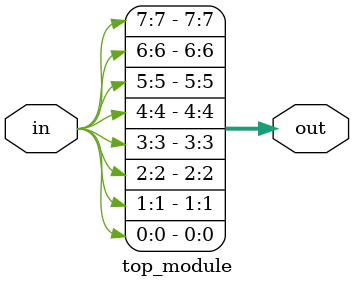
<source format=v>

module top_module( 
    input [0:7] in,
    output [0:7] out
);
    assign out[0:7]={in[7],in[6],in[5],in[4],in[3],in[2],in[1],in[0]};

endmodule

</source>
